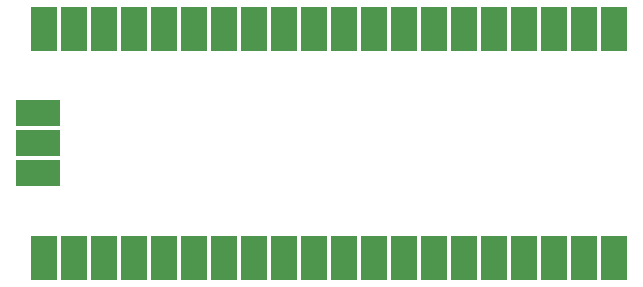
<source format=gtp>
%TF.GenerationSoftware,KiCad,Pcbnew,8.0.8-8.0.8-0~ubuntu22.04.1*%
%TF.CreationDate,2025-02-03T17:59:30-05:00*%
%TF.ProjectId,2600cart,32363030-6361-4727-942e-6b696361645f,rev?*%
%TF.SameCoordinates,Original*%
%TF.FileFunction,Paste,Top*%
%TF.FilePolarity,Positive*%
%FSLAX46Y46*%
G04 Gerber Fmt 4.6, Leading zero omitted, Abs format (unit mm)*
G04 Created by KiCad (PCBNEW 8.0.8-8.0.8-0~ubuntu22.04.1) date 2025-02-03 17:59:30*
%MOMM*%
%LPD*%
G01*
G04 APERTURE LIST*
%ADD10R,2.200000X3.800000*%
%ADD11R,3.800000X2.200000*%
G04 APERTURE END LIST*
D10*
%TO.C,U4*%
X139395200Y-69964400D03*
X136855200Y-69964400D03*
X134315200Y-69964400D03*
X131775200Y-69964400D03*
X129235200Y-69964400D03*
X126695200Y-69964400D03*
X124155200Y-69964400D03*
X121615200Y-69964400D03*
X119075200Y-69964400D03*
X116535200Y-69964400D03*
X113995200Y-69964400D03*
X111455200Y-69964400D03*
X108915200Y-69964400D03*
X106375200Y-69964400D03*
X103835200Y-69964400D03*
X101295200Y-69964400D03*
X98755200Y-69964400D03*
X96215200Y-69964400D03*
X93675200Y-69964400D03*
X91135200Y-69964400D03*
D11*
X90565200Y-77114400D03*
X90565200Y-79654400D03*
X90565200Y-82194400D03*
D10*
X139395200Y-89344400D03*
X136855200Y-89344400D03*
X134315200Y-89344400D03*
X131775200Y-89344400D03*
X129235200Y-89344400D03*
X126695200Y-89344400D03*
X124155200Y-89344400D03*
X121615200Y-89344400D03*
X119075200Y-89344400D03*
X116535200Y-89344400D03*
X113995200Y-89344400D03*
X111455200Y-89344400D03*
X108915200Y-89344400D03*
X106375200Y-89344400D03*
X103835200Y-89344400D03*
X101295200Y-89344400D03*
X98755200Y-89344400D03*
X96215200Y-89344400D03*
X93675200Y-89344400D03*
X91135200Y-89344400D03*
%TD*%
M02*

</source>
